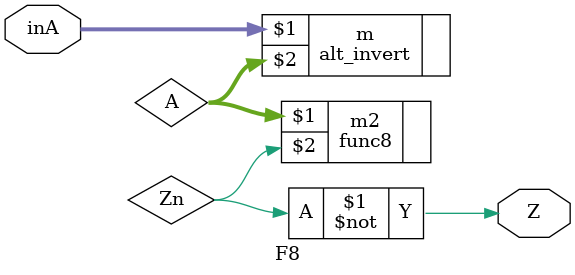
<source format=v>
module F8(inA, Z
	);

	// Assigning ports as in/out
	input [7:0] inA;
	output Z;

	wire [7:0] A;
	alt_invert #(8) m(inA, A);

	wire Zn;
	func8 m2(A, Zn);

	assign Z = ~Zn;

endmodule

</source>
